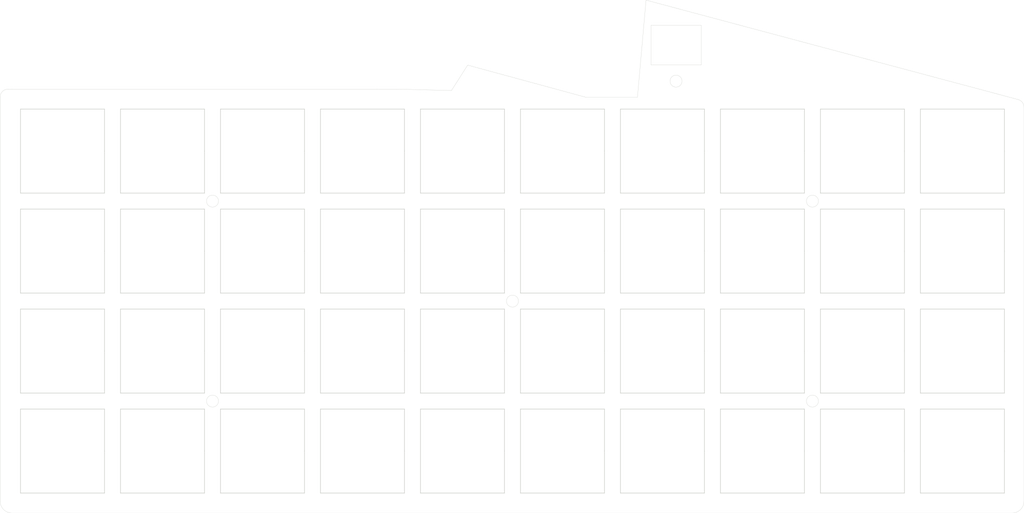
<source format=kicad_pcb>
(kicad_pcb (version 20211014) (generator pcbnew)
  (layers (0 "F.Cu" signal) (31 "B.Cu" signal) (34 "B.Paste" user) (35 "F.Paste" user) (36 "B.SilkS" user "B.Silkscreen") (37 "F.SilkS" user "F.Silkscreen") (38 "B.Mask" user) (39 "F.Mask" user) (44 "Edge.Cuts" user))
  (net 0 "")
  (footprint "Personaal:spacer" (layer "F.Cu") (at 233.0577 112.2426)
    (fp_text reference "K38" hide)
    (fp_text value "KEYSW" hide)
    (fp_line (start -8 -8) (end 8 -8) (layer "Edge.Cuts") (width 0.12))
    (fp_line (start 8 0) (end 8 8) (layer "Edge.Cuts") (width 0.12))
    (fp_line (start 8 8) (end -8 8) (layer "Edge.Cuts") (width 0.12))
    (fp_line (start -8 8) (end -8 -8) (layer "Edge.Cuts") (width 0.12))
    (fp_line (start 8 -8) (end 8 0) (layer "Edge.Cuts") (width 0.12))
  )
  (footprint "Personaal:spacer" (layer "F.Cu") (at 99.7077 112.242601)
    (fp_text reference "K10" hide)
    (fp_text value "KEYSW" hide)
    (fp_line (start -8 -8) (end 8 -8) (layer "Edge.Cuts") (width 0.12))
    (fp_line (start 8 8) (end -8 8) (layer "Edge.Cuts") (width 0.12))
    (fp_line (start 8 -8) (end 8 0) (layer "Edge.Cuts") (width 0.12))
    (fp_line (start -8 8) (end -8 -8) (layer "Edge.Cuts") (width 0.12))
    (fp_line (start 8 0) (end 8 8) (layer "Edge.Cuts") (width 0.12))
  )
  (footprint "Personaal:spacer" (layer "F.Cu") (at 233.0577 74.1426)
    (fp_text reference "K40" hide)
    (fp_text value "KEYSW" hide)
    (fp_line (start 8 0) (end 8 8) (layer "Edge.Cuts") (width 0.12))
    (fp_line (start 8 -8) (end 8 0) (layer "Edge.Cuts") (width 0.12))
    (fp_line (start -8 -8) (end 8 -8) (layer "Edge.Cuts") (width 0.12))
    (fp_line (start -8 8) (end -8 -8) (layer "Edge.Cuts") (width 0.12))
    (fp_line (start 8 8) (end -8 8) (layer "Edge.Cuts") (width 0.12))
  )
  (footprint "Personaal:spacer" (layer "F.Cu") (at 233.0577 131.2926)
    (fp_text reference "K37" hide)
    (fp_text value "KEYSW" hide)
    (fp_line (start 8 0) (end 8 8) (layer "Edge.Cuts") (width 0.12))
    (fp_line (start -8 -8) (end 8 -8) (layer "Edge.Cuts") (width 0.12))
    (fp_line (start -8 8) (end -8 -8) (layer "Edge.Cuts") (width 0.12))
    (fp_line (start 8 8) (end -8 8) (layer "Edge.Cuts") (width 0.12))
    (fp_line (start 8 -8) (end 8 0) (layer "Edge.Cuts") (width 0.12))
  )
  (footprint "Personaal:spacer" (layer "F.Cu") (at 214.0077 131.2926)
    (fp_text reference "K33" hide)
    (fp_text value "KEYSW" hide)
    (fp_line (start -8 8) (end -8 -8) (layer "Edge.Cuts") (width 0.12))
    (fp_line (start -8 -8) (end 8 -8) (layer "Edge.Cuts") (width 0.12))
    (fp_line (start 8 -8) (end 8 0) (layer "Edge.Cuts") (width 0.12))
    (fp_line (start 8 8) (end -8 8) (layer "Edge.Cuts") (width 0.12))
    (fp_line (start 8 0) (end 8 8) (layer "Edge.Cuts") (width 0.12))
  )
  (footprint "Personaal:spacer" (layer "F.Cu") (at 80.6577 112.242601)
    (fp_text reference "K6" hide)
    (fp_text value "KEYSW" hide)
    (fp_line (start -8 -8) (end 8 -8) (layer "Edge.Cuts") (width 0.12))
    (fp_line (start 8 8) (end -8 8) (layer "Edge.Cuts") (width 0.12))
    (fp_line (start -8 8) (end -8 -8) (layer "Edge.Cuts") (width 0.12))
    (fp_line (start 8 0) (end 8 8) (layer "Edge.Cuts") (width 0.12))
    (fp_line (start 8 -8) (end 8 0) (layer "Edge.Cuts") (width 0.12))
  )
  (footprint "Personaal:spacer" (layer "F.Cu") (at 156.8577 131.2926)
    (fp_text reference "K21" hide)
    (fp_text value "KEYSW" hide)
    (fp_line (start -8 8) (end -8 -8) (layer "Edge.Cuts") (width 0.12))
    (fp_line (start -8 -8) (end 8 -8) (layer "Edge.Cuts") (width 0.12))
    (fp_line (start 8 8) (end -8 8) (layer "Edge.Cuts") (width 0.12))
    (fp_line (start 8 0) (end 8 8) (layer "Edge.Cuts") (width 0.12))
    (fp_line (start 8 -8) (end 8 0) (layer "Edge.Cuts") (width 0.12))
  )
  (footprint "Personaal:spacer" (layer "F.Cu") (at 175.9077 131.2926)
    (fp_text reference "K25" hide)
    (fp_text value "KEYSW" hide)
    (fp_line (start -8 -8) (end 8 -8) (layer "Edge.Cuts") (width 0.12))
    (fp_line (start 8 -8) (end 8 0) (layer "Edge.Cuts") (width 0.12))
    (fp_line (start -8 8) (end -8 -8) (layer "Edge.Cuts") (width 0.12))
    (fp_line (start 8 8) (end -8 8) (layer "Edge.Cuts") (width 0.12))
    (fp_line (start 8 0) (end 8 8) (layer "Edge.Cuts") (width 0.12))
  )
  (footprint "Personaal:spacer" (layer "F.Cu") (at 194.9577 131.2926)
    (fp_text reference "K29" hide)
    (fp_text value "KEYSW" hide)
    (fp_line (start 8 0) (end 8 8) (layer "Edge.Cuts") (width 0.12))
    (fp_line (start 8 8) (end -8 8) (layer "Edge.Cuts") (width 0.12))
    (fp_line (start -8 -8) (end 8 -8) (layer "Edge.Cuts") (width 0.12))
    (fp_line (start -8 8) (end -8 -8) (layer "Edge.Cuts") (width 0.12))
    (fp_line (start 8 -8) (end 8 0) (layer "Edge.Cuts") (width 0.12))
  )
  (footprint "Personaal:spacer" (layer "F.Cu") (at 214.0077 74.1426)
    (fp_text reference "K36" hide)
    (fp_text value "KEYSW" hide)
    (fp_line (start -8 8) (end -8 -8) (layer "Edge.Cuts") (width 0.12))
    (fp_line (start 8 -8) (end 8 0) (layer "Edge.Cuts") (width 0.12))
    (fp_line (start 8 0) (end 8 8) (layer "Edge.Cuts") (width 0.12))
    (fp_line (start -8 -8) (end 8 -8) (layer "Edge.Cuts") (width 0.12))
    (fp_line (start 8 8) (end -8 8) (layer "Edge.Cuts") (width 0.12))
  )
  (footprint "Personaal:spacer" (layer "F.Cu") (at 118.7577 93.1926)
    (fp_text reference "K15" hide)
    (fp_text value "KEYSW" hide)
    (fp_line (start 8 -8) (end 8 0) (layer "Edge.Cuts") (width 0.12))
    (fp_line (start -8 8) (end -8 -8) (layer "Edge.Cuts") (width 0.12))
    (fp_line (start 8 0) (end 8 8) (layer "Edge.Cuts") (width 0.12))
    (fp_line (start 8 8) (end -8 8) (layer "Edge.Cuts") (width 0.12))
    (fp_line (start -8 -8) (end 8 -8) (layer "Edge.Cuts") (width 0.12))
  )
  (footprint "Personaal:spacer" (layer "F.Cu") (at 99.7077 74.1426)
    (fp_text reference "K12" hide)
    (fp_text value "KEYSW" hide)
    (fp_line (start 8 8) (end -8 8) (layer "Edge.Cuts") (width 0.12))
    (fp_line (start 8 0) (end 8 8) (layer "Edge.Cuts") (width 0.12))
    (fp_line (start 8 -8) (end 8 0) (layer "Edge.Cuts") (width 0.12))
    (fp_line (start -8 -8) (end 8 -8) (layer "Edge.Cuts") (width 0.12))
    (fp_line (start -8 8) (end -8 -8) (layer "Edge.Cuts") (width 0.12))
  )
  (footprint "Personaal:spacer" (layer "F.Cu") (at 61.6077 112.2426)
    (fp_text reference "K2" hide)
    (fp_text value "KEYSW" hide)
    (fp_line (start 8 -8) (end 8 0) (layer "Edge.Cuts") (width 0.12))
    (fp_line (start 8 0) (end 8 8) (layer "Edge.Cuts") (width 0.12))
    (fp_line (start -8 -8) (end 8 -8) (layer "Edge.Cuts") (width 0.12))
    (fp_line (start 8 8) (end -8 8) (layer "Edge.Cuts") (width 0.12))
    (fp_line (start -8 8) (end -8 -8) (layer "Edge.Cuts") (width 0.12))
  )
  (footprint "Personaal:spacer" (layer "F.Cu") (at 175.9077 93.1926)
    (fp_text reference "K27" hide)
    (fp_text value "KEYSW" hide)
    (fp_line (start -8 -8) (end 8 -8) (layer "Edge.Cuts") (width 0.12))
    (fp_line (start 8 8) (end -8 8) (layer "Edge.Cuts") (width 0.12))
    (fp_line (start 8 -8) (end 8 0) (layer "Edge.Cuts") (width 0.12))
    (fp_line (start 8 0) (end 8 8) (layer "Edge.Cuts") (width 0.12))
    (fp_line (start -8 8) (end -8 -8) (layer "Edge.Cuts") (width 0.12))
  )
  (footprint "Personaal:spacer" (layer "F.Cu") (at 194.9577 74.1426)
    (fp_text reference "K32" hide)
    (fp_text value "KEYSW" hide)
    (fp_line (start 8 8) (end -8 8) (layer "Edge.Cuts") (width 0.12))
    (fp_line (start 8 0) (end 8 8) (layer "Edge.Cuts") (width 0.12))
    (fp_line (start 8 -8) (end 8 0) (layer "Edge.Cuts") (width 0.12))
    (fp_line (start -8 -8) (end 8 -8) (layer "Edge.Cuts") (width 0.12))
    (fp_line (start -8 8) (end -8 -8) (layer "Edge.Cuts") (width 0.12))
  )
  (footprint "Personaal:spacer" (layer "F.Cu") (at 137.8077 74.1426)
    (fp_text reference "K20" hide)
    (fp_text value "KEYSW" hide)
    (fp_line (start 8 8) (end -8 8) (layer "Edge.Cuts") (width 0.12))
    (fp_line (start -8 -8) (end 8 -8) (layer "Edge.Cuts") (width 0.12))
    (fp_line (start 8 -8) (end 8 0) (layer "Edge.Cuts") (width 0.12))
    (fp_line (start -8 8) (end -8 -8) (layer "Edge.Cuts") (width 0.12))
    (fp_line (start 8 0) (end 8 8) (layer "Edge.Cuts") (width 0.12))
  )
  (footprint "Personaal:spacer" (layer "F.Cu") (at 118.7577 131.2926)
    (fp_text reference "K13" hide)
    (fp_text value "KEYSW" hide)
    (fp_line (start 8 -8) (end 8 0) (layer "Edge.Cuts") (width 0.12))
    (fp_line (start -8 -8) (end 8 -8) (layer "Edge.Cuts") (width 0.12))
    (fp_line (start 8 0) (end 8 8) (layer "Edge.Cuts") (width 0.12))
    (fp_line (start -8 8) (end -8 -8) (layer "Edge.Cuts") (width 0.12))
    (fp_line (start 8 8) (end -8 8) (layer "Edge.Cuts") (width 0.12))
  )
  (footprint "Personaal:spacer" (layer "F.Cu") (at 175.9077 112.2426)
    (fp_text reference "K26" hide)
    (fp_text value "KEYSW" hide)
    (fp_line (start 8 -8) (end 8 0) (layer "Edge.Cuts") (width 0.12))
    (fp_line (start 8 8) (end -8 8) (layer "Edge.Cuts") (width 0.12))
    (fp_line (start -8 8) (end -8 -8) (layer "Edge.Cuts") (width 0.12))
    (fp_line (start -8 -8) (end 8 -8) (layer "Edge.Cuts") (width 0.12))
    (fp_line (start 8 0) (end 8 8) (layer "Edge.Cuts") (width 0.12))
  )
  (footprint "Personaal:spacer" (layer "F.Cu") (at 80.657699 93.1926)
    (fp_text reference "K7" hide)
    (fp_text value "KEYSW" hide)
    (fp_line (start 8 0) (end 8 8) (layer "Edge.Cuts") (width 0.12))
    (fp_line (start -8 8) (end -8 -8) (layer "Edge.Cuts") (width 0.12))
    (fp_line (start 8 -8) (end 8 0) (layer "Edge.Cuts") (width 0.12))
    (fp_line (start 8 8) (end -8 8) (layer "Edge.Cuts") (width 0.12))
    (fp_line (start -8 -8) (end 8 -8) (layer "Edge.Cuts") (width 0.12))
  )
  (footprint "Personaal:spacer" (layer "F.Cu") (at 214.0077 112.242601)
    (fp_text reference "K34" hide)
    (fp_text value "KEYSW" hide)
    (fp_line (start 8 0) (end 8 8) (layer "Edge.Cuts") (width 0.12))
    (fp_line (start -8 8) (end -8 -8) (layer "Edge.Cuts") (width 0.12))
    (fp_line (start -8 -8) (end 8 -8) (layer "Edge.Cuts") (width 0.12))
    (fp_line (start 8 -8) (end 8 0) (layer "Edge.Cuts") (width 0.12))
    (fp_line (start 8 8) (end -8 8) (layer "Edge.Cuts") (width 0.12))
  )
  (footprint "Personaal:spacer" (layer "F.Cu") (at 137.8077 112.2426)
    (fp_text reference "K18" hide)
    (fp_text value "KEYSW" hide)
    (fp_line (start 8 0) (end 8 8) (layer "Edge.Cuts") (width 0.12))
    (fp_line (start -8 8) (end -8 -8) (layer "Edge.Cuts") (width 0.12))
    (fp_line (start 8 8) (end -8 8) (layer "Edge.Cuts") (width 0.12))
    (fp_line (start -8 -8) (end 8 -8) (layer "Edge.Cuts") (width 0.12))
    (fp_line (start 8 -8) (end 8 0) (layer "Edge.Cuts") (width 0.12))
  )
  (footprint "Personaal:spacer" (layer "F.Cu") (at 156.8577 93.1926)
    (fp_text reference "K23" hide)
    (fp_text value "KEYSW" hide)
    (fp_line (start 8 0) (end 8 8) (layer "Edge.Cuts") (width 0.12))
    (fp_line (start 8 -8) (end 8 0) (layer "Edge.Cuts") (width 0.12))
    (fp_line (start -8 -8) (end 8 -8) (layer "Edge.Cuts") (width 0.12))
    (fp_line (start -8 8) (end -8 -8) (layer "Edge.Cuts") (width 0.12))
    (fp_line (start 8 8) (end -8 8) (layer "Edge.Cuts") (width 0.12))
  )
  (footprint "Personaal:spacer" (layer "F.Cu") (at 80.6577 131.2926)
    (fp_text reference "K5" hide)
    (fp_text value "KEYSW" hide)
    (fp_line (start 8 8) (end -8 8) (layer "Edge.Cuts") (width 0.12))
    (fp_line (start 8 0) (end 8 8) (layer "Edge.Cuts") (width 0.12))
    (fp_line (start 8 -8) (end 8 0) (layer "Edge.Cuts") (width 0.12))
    (fp_line (start -8 8) (end -8 -8) (layer "Edge.Cuts") (width 0.12))
    (fp_line (start -8 -8) (end 8 -8) (layer "Edge.Cuts") (width 0.12))
  )
  (footprint "Personaal:spacer" (layer "F.Cu") (at 99.7077 131.2926)
    (fp_text reference "K9" hide)
    (fp_text value "KEYSW" hide)
    (fp_line (start 8 0) (end 8 8) (layer "Edge.Cuts") (width 0.12))
    (fp_line (start -8 8) (end -8 -8) (layer "Edge.Cuts") (width 0.12))
    (fp_line (start -8 -8) (end 8 -8) (layer "Edge.Cuts") (width 0.12))
    (fp_line (start 8 8) (end -8 8) (layer "Edge.Cuts") (width 0.12))
    (fp_line (start 8 -8) (end 8 0) (layer "Edge.Cuts") (width 0.12))
  )
  (footprint "Personaal:spacer" (layer "F.Cu") (at 156.8577 74.1426)
    (fp_text reference "K24" hide)
    (fp_text value "KEYSW" hide)
    (fp_line (start 8 -8) (end 8 0) (layer "Edge.Cuts") (width 0.12))
    (fp_line (start -8 8) (end -8 -8) (layer "Edge.Cuts") (width 0.12))
    (fp_line (start -8 -8) (end 8 -8) (layer "Edge.Cuts") (width 0.12))
    (fp_line (start 8 8) (end -8 8) (layer "Edge.Cuts") (width 0.12))
    (fp_line (start 8 0) (end 8 8) (layer "Edge.Cuts") (width 0.12))
  )
  (footprint "Personaal:spacer" (layer "F.Cu") (at 214.007701 93.1926)
    (fp_text reference "K35" hide)
    (fp_text value "KEYSW" hide)
    (fp_line (start 8 8) (end -8 8) (layer "Edge.Cuts") (width 0.12))
    (fp_line (start -8 -8) (end 8 -8) (layer "Edge.Cuts") (width 0.12))
    (fp_line (start -8 8) (end -8 -8) (layer "Edge.Cuts") (width 0.12))
    (fp_line (start 8 0) (end 8 8) (layer "Edge.Cuts") (width 0.12))
    (fp_line (start 8 -8) (end 8 0) (layer "Edge.Cuts") (width 0.12))
  )
  (footprint "Personaal:spacer" (layer "F.Cu") (at 61.6077 74.1426)
    (fp_text reference "K4" hide)
    (fp_text value "KEYSW" hide)
    (fp_line (start 8 -8) (end 8 0) (layer "Edge.Cuts") (width 0.12))
    (fp_line (start -8 8) (end -8 -8) (layer "Edge.Cuts") (width 0.12))
    (fp_line (start -8 -8) (end 8 -8) (layer "Edge.Cuts") (width 0.12))
    (fp_line (start 8 8) (end -8 8) (layer "Edge.Cuts") (width 0.12))
    (fp_line (start 8 0) (end 8 8) (layer "Edge.Cuts") (width 0.12))
  )
  (footprint "Personaal:spacer" (layer "F.Cu") (at 61.6077 93.1926)
    (fp_text reference "K3" hide)
    (fp_text value "KEYSW" hide)
    (fp_line (start 8 8) (end -8 8) (layer "Edge.Cuts") (width 0.12))
    (fp_line (start 8 0) (end 8 8) (layer "Edge.Cuts") (width 0.12))
    (fp_line (start -8 -8) (end 8 -8) (layer "Edge.Cuts") (width 0.12))
    (fp_line (start -8 8) (end -8 -8) (layer "Edge.Cuts") (width 0.12))
    (fp_line (start 8 -8) (end 8 0) (layer "Edge.Cuts") (width 0.12))
  )
  (footprint "Personaal:spacer" (layer "F.Cu") (at 118.7577 112.2426)
    (fp_text reference "K14" hide)
    (fp_text value "KEYSW" hide)
    (fp_line (start 8 8) (end -8 8) (layer "Edge.Cuts") (width 0.12))
    (fp_line (start 8 -8) (end 8 0) (layer "Edge.Cuts") (width 0.12))
    (fp_line (start 8 0) (end 8 8) (layer "Edge.Cuts") (width 0.12))
    (fp_line (start -8 8) (end -8 -8) (layer "Edge.Cuts") (width 0.12))
    (fp_line (start -8 -8) (end 8 -8) (layer "Edge.Cuts") (width 0.12))
  )
  (footprint "Personaal:spacer" (layer "F.Cu") (at 137.8077 93.1926)
    (fp_text reference "K19" hide)
    (fp_text value "KEYSW" hide)
    (fp_line (start 8 0) (end 8 8) (layer "Edge.Cuts") (width 0.12))
    (fp_line (start 8 -8) (end 8 0) (layer "Edge.Cuts") (width 0.12))
    (fp_line (start -8 -8) (end 8 -8) (layer "Edge.Cuts") (width 0.12))
    (fp_line (start -8 8) (end -8 -8) (layer "Edge.Cuts") (width 0.12))
    (fp_line (start 8 8) (end -8 8) (layer "Edge.Cuts") (width 0.12))
  )
  (footprint "Personaal:spacer" (layer "F.Cu") (at 118.7577 74.1426)
    (fp_text reference "K16" hide)
    (fp_text value "KEYSW" hide)
    (fp_line (start 8 -8) (end 8 0) (layer "Edge.Cuts") (width 0.12))
    (fp_line (start 8 0) (end 8 8) (layer "Edge.Cuts") (width 0.12))
    (fp_line (start -8 -8) (end 8 -8) (layer "Edge.Cuts") (width 0.12))
    (fp_line (start 8 8) (end -8 8) (layer "Edge.Cuts") (width 0.12))
    (fp_line (start -8 8) (end -8 -8) (layer "Edge.Cuts") (width 0.12))
  )
  (footprint "Personaal:spacer" (layer "F.Cu") (at 175.9077 74.1426)
    (fp_text reference "K28" hide)
    (fp_text value "KEYSW" hide)
    (fp_line (start -8 8) (end -8 -8) (layer "Edge.Cuts") (width 0.12))
    (fp_line (start 8 0) (end 8 8) (layer "Edge.Cuts") (width 0.12))
    (fp_line (start 8 -8) (end 8 0) (layer "Edge.Cuts") (width 0.12))
    (fp_line (start 8 8) (end -8 8) (layer "Edge.Cuts") (width 0.12))
    (fp_line (start -8 -8) (end 8 -8) (layer "Edge.Cuts") (width 0.12))
  )
  (footprint "Personaal:spacer" (layer "F.Cu") (at 137.8077 131.2926)
    (fp_text reference "K17" hide)
    (fp_text value "KEYSW" hide)
    (fp_line (start 8 8) (end -8 8) (layer "Edge.Cuts") (width 0.12))
    (fp_line (start -8 8) (end -8 -8) (layer "Edge.Cuts") (width 0.12))
    (fp_line (start 8 -8) (end 8 0) (layer "Edge.Cuts") (width 0.12))
    (fp_line (start 8 0) (end 8 8) (layer "Edge.Cuts") (width 0.12))
    (fp_line (start -8 -8) (end 8 -8) (layer "Edge.Cuts") (width 0.12))
  )
  (footprint "Personaal:spacer" (layer "F.Cu") (at 156.8577 112.2426)
    (fp_text reference "K22" hide)
    (fp_text value "KEYSW" hide)
    (fp_line (start 8 0) (end 8 8) (layer "Edge.Cuts") (width 0.12))
    (fp_line (start 8 8) (end -8 8) (layer "Edge.Cuts") (width 0.12))
    (fp_line (start 8 -8) (end 8 0) (layer "Edge.Cuts") (width 0.12))
    (fp_line (start -8 -8) (end 8 -8) (layer "Edge.Cuts") (width 0.12))
    (fp_line (start -8 8) (end -8 -8) (layer "Edge.Cuts") (width 0.12))
  )
  (footprint "Personaal:spacer" (layer "F.Cu") (at 99.707701 93.1926)
    (fp_text reference "K11" hide)
    (fp_text value "KEYSW" hide)
    (fp_line (start 8 0) (end 8 8) (layer "Edge.Cuts") (width 0.12))
    (fp_line (start -8 -8) (end 8 -8) (layer "Edge.Cuts") (width 0.12))
    (fp_line (start 8 -8) (end 8 0) (layer "Edge.Cuts") (width 0.12))
    (fp_line (start 8 8) (end -8 8) (layer "Edge.Cuts") (width 0.12))
    (fp_line (start -8 8) (end -8 -8) (layer "Edge.Cuts") (width 0.12))
  )
  (footprint "Personaal:spacer" (layer "F.Cu") (at 61.6077 131.2926)
    (fp_text reference "K1" hide)
    (fp_text value "KEYSW" hide)
    (fp_line (start 8 8) (end -8 8) (layer "Edge.Cuts") (width 0.12))
    (fp_line (start 8 0) (end 8 8) (layer "Edge.Cuts") (width 0.12))
    (fp_line (start 8 -8) (end 8 0) (layer "Edge.Cuts") (width 0.12))
    (fp_line (start -8 8) (end -8 -8) (layer "Edge.Cuts") (width 0.12))
    (fp_line (start -8 -8) (end 8 -8) (layer "Edge.Cuts") (width 0.12))
  )
  (footprint "Personaal:spacer" (layer "F.Cu") (at 194.9577 112.242601)
    (fp_text reference "K30" hide)
    (fp_text value "KEYSW" hide)
    (fp_line (start -8 8) (end -8 -8) (layer "Edge.Cuts") (width 0.12))
    (fp_line (start -8 -8) (end 8 -8) (layer "Edge.Cuts") (width 0.12))
    (fp_line (start 8 0) (end 8 8) (layer "Edge.Cuts") (width 0.12))
    (fp_line (start 8 8) (end -8 8) (layer "Edge.Cuts") (width 0.12))
    (fp_line (start 8 -8) (end 8 0) (layer "Edge.Cuts") (width 0.12))
  )
  (footprint "Personaal:spacer" (layer "F.Cu") (at 194.957699 93.1926)
    (fp_text reference "K31" hide)
    (fp_text value "KEYSW" hide)
    (fp_line (start 8 0) (end 8 8) (layer "Edge.Cuts") (width 0.12))
    (fp_line (start 8 -8) (end 8 0) (layer "Edge.Cuts") (width 0.12))
    (fp_line (start -8 8) (end -8 -8) (layer "Edge.Cuts") (width 0.12))
    (fp_line (start 8 8) (end -8 8) (layer "Edge.Cuts") (width 0.12))
    (fp_line (start -8 -8) (end 8 -8) (layer "Edge.Cuts") (width 0.12))
  )
  (footprint "Personaal:spacer" (layer "F.Cu") (at 80.6577 74.1426)
    (fp_text reference "K8" hide)
    (fp_text value "KEYSW" hide)
    (fp_line (start -8 8) (end -8 -8) (layer "Edge.Cuts") (width 0.12))
    (fp_line (start 8 -8) (end 8 0) (layer "Edge.Cuts") (width 0.12))
    (fp_line (start -8 -8) (end 8 -8) (layer "Edge.Cuts") (width 0.12))
    (fp_line (start 8 0) (end 8 8) (layer "Edge.Cuts") (width 0.12))
    (fp_line (start 8 8) (end -8 8) (layer "Edge.Cuts") (width 0.12))
  )
  (footprint "Personaal:spacer" (layer "F.Cu") (at 233.0577 93.1926)
    (fp_text reference "K39" hide)
    (fp_text value "KEYSW" hide)
    (fp_line (start 8 -8) (end 8 0) (layer "Edge.Cuts") (width 0.12))
    (fp_line (start 8 0) (end 8 8) (layer "Edge.Cuts") (width 0.12))
    (fp_line (start -8 -8) (end 8 -8) (layer "Edge.Cuts") (width 0.12))
    (fp_line (start 8 8) (end -8 8) (layer "Edge.Cuts") (width 0.12))
    (fp_line (start -8 8) (end -8 -8) (layer "Edge.Cuts") (width 0.12))
  )
  (gr_circle (center 90.1827 121.7676) (end 91.3257 121.7676) (layer "Edge.Cuts") (width 0.05) (fill none))
  (gr_line (start 172.7835 45.3771) (end 243.64985 64.311444) (layer "Edge.Cuts") (width 0.05))
  (gr_line (start 173.736 50.1777) (end 173.736 57.7215) (layer "Edge.Cuts") (width 0.05))
  (gr_circle (center 90.1827 83.6676) (end 91.3257 83.6676) (layer "Edge.Cuts") (width 0.05) (fill none))
  (gr_line (start 242.5065 143.1036) (end 52.0065 143.1036) (layer "Edge.Cuts") (width 0.05))
  (gr_circle (center 204.4827 83.6676) (end 205.6257 83.6676) (layer "Edge.Cuts") (width 0.05) (fill none))
  (gr_arc (start 244.7925 140.8176) (mid 244.122946 142.434046) (end 242.5065 143.1036) (layer "Edge.Cuts") (width 0.05))
  (gr_line (start 49.7205 140.8176) (end 49.7205 64.6176) (layer "Edge.Cuts") (width 0.05))
  (gr_circle (center 204.4827 121.7676) (end 205.6257 121.7676) (layer "Edge.Cuts") (width 0.05) (fill none))
  (gr_line (start 125.24675 62.3316) (end 135.7122 62.5983) (layer "Edge.Cuts") (width 0.05))
  (gr_line (start 172.7835 45.3771) (end 171.1452 63.8937) (layer "Edge.Cuts") (width 0.05))
  (gr_line (start 183.2991 50.1777) (end 173.736 50.1777) (layer "Edge.Cuts") (width 0.05))
  (gr_line (start 183.2991 57.7215) (end 183.2991 50.1777) (layer "Edge.Cuts") (width 0.05))
  (gr_circle (center 147.3327 102.7176) (end 148.4757 102.7176) (layer "Edge.Cuts") (width 0.05) (fill none))
  (gr_line (start 52.0065 62.3316) (end 51.2445 62.3316) (layer "Edge.Cuts") (width 0.05))
  (gr_arc (start 243.64985 64.311444) (mid 244.47704 64.858493) (end 244.792499 65.7987) (layer "Edge.Cuts") (width 0.05))
  (gr_line (start 49.7205 63.8556) (end 49.7205 64.6176) (layer "Edge.Cuts") (width 0.05))
  (gr_line (start 121.4628 62.3316) (end 125.2347 62.3316) (layer "Edge.Cuts") (width 0.05))
  (gr_line (start 138.7983 57.7596) (end 161.3535 63.8937) (layer "Edge.Cuts") (width 0.05))
  (gr_arc (start 49.7205 63.8556) (mid 50.166869 62.777969) (end 51.2445 62.3316) (layer "Edge.Cuts") (width 0.05))
  (gr_line (start 244.792499 65.7987) (end 244.7925 140.8176) (layer "Edge.Cuts") (width 0.05))
  (gr_line (start 52.0065 62.3316) (end 121.4628 62.3316) (layer "Edge.Cuts") (width 0.05))
  (gr_line (start 135.7122 62.5983) (end 138.7983 57.7596) (layer "Edge.Cuts") (width 0.05))
  (gr_line (start 173.736 57.7215) (end 183.2991 57.7215) (layer "Edge.Cuts") (width 0.05))
  (gr_line (start 171.1452 63.8937) (end 161.3535 63.8937) (layer "Edge.Cuts") (width 0.05))
  (gr_circle (center 178.4985 60.8076) (end 179.6415 60.8076) (layer "Edge.Cuts") (width 0.05) (fill none))
  (gr_arc (start 52.0065 143.1036) (mid 50.390054 142.434046) (end 49.7205 140.8176) (layer "Edge.Cuts") (width 0.05))
)
</source>
